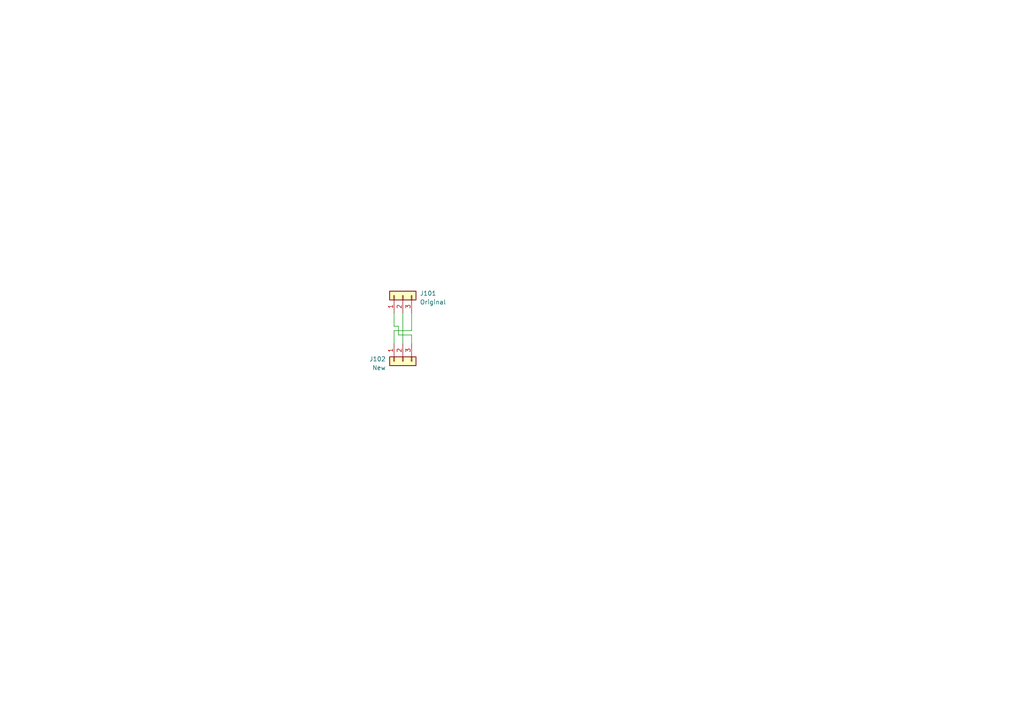
<source format=kicad_sch>
(kicad_sch (version 20250114) (generator "eeschema") (generator_version "9.0")
  (paper "A4")
  (lib_symbols
    (symbol "Connector_Generic:Conn_01x03" (pin_names (offset 1.016) (hide yes))
      (property "Reference" "J" (at 0 5.08 0))
      (property "Value" "Conn_01x03" (at 0 -5.08 0))
      (symbol "Conn_01x03_1_1"
        (rectangle (start -1.27 3.81) (end 1.27 -3.81) (stroke (width 0.254)) (fill (type background)))
        (rectangle (start -1.27 2.667) (end 0 2.413) (stroke (width 0.1524)))
        (rectangle (start -1.27 0.127) (end 0 -0.127) (stroke (width 0.1524)))
        (rectangle (start -1.27 -2.413) (end 0 -2.667) (stroke (width 0.1524)))
        (pin passive line (at -5.08 2.54 0) (length 3.81) (name "Pin_1") (number "1"))
        (pin passive line (at -5.08 0 0) (length 3.81) (name "Pin_2") (number "2"))
        (pin passive line (at -5.08 -2.54 0) (length 3.81) (name "Pin_3") (number "3"))
      )
    )
  )
  (wire (pts (xy 119.38 97.155) (xy 115.57 97.155)))
  (wire (pts (xy 119.38 95.885) (xy 119.38 90.805)))
  (wire (pts (xy 115.57 94.615) (xy 114.3 94.615)))
  (wire (pts (xy 115.57 97.155) (xy 115.57 94.615)))
  (wire (pts (xy 116.84 90.805) (xy 116.84 99.695)))
  (wire (pts (xy 114.3 90.805) (xy 114.3 94.615)))
  (wire (pts (xy 114.3 95.885) (xy 119.38 95.885)))
  (wire (pts (xy 114.3 99.695) (xy 114.3 95.885)))
  (wire (pts (xy 119.38 97.155) (xy 119.38 99.695)))
  (symbol (lib_id "Connector_Generic:Conn_01x03") (at 116.84 104.775 90) (mirror x) (unit 1)
    (property "Reference" "J102" (at 111.92 104.14 90) (effects (justify left)))
    (property "Value" "New" (at 111.92 106.68 90) (effects (justify left)))
    (property "Footprint" "Connector_PinHeader_2.54mm:PinHeader_1x03_P2.54mm_Vertical" (effects (hide yes)))
  )
  (symbol (lib_id "Connector_Generic:Conn_01x03") (at 116.84 85.725 90) (unit 1)
    (property "Reference" "J101" (at 121.76 85.09 90) (effects (justify right)))
    (property "Value" "Original" (at 121.76 87.63 90) (effects (justify right)))
    (property "Footprint" "Connector_PinSocket_2.54mm:PinSocket_1x03_P2.54mm_Vertical" (effects (hide yes)))
  )
)
</source>
